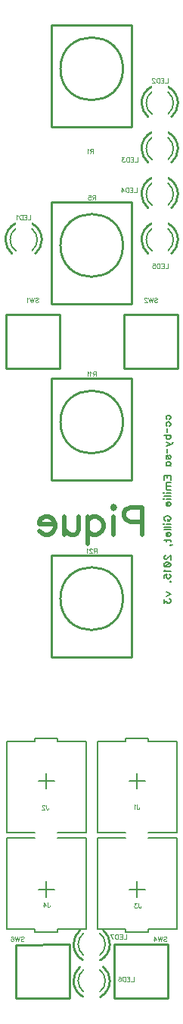
<source format=gbo>
G04 DipTrace 3.3.0.0*
G04 uPeaks_exp04.GBO*
%MOIN*%
G04 #@! TF.FileFunction,Legend,Bot*
G04 #@! TF.Part,Single*
%ADD10C,0.009843*%
%ADD20C,0.01*%
%ADD21C,0.006*%
%ADD35C,0.005984*%
%ADD94C,0.003088*%
%ADD95C,0.02*%
%FSLAX26Y26*%
G04*
G70*
G90*
G75*
G01*
G04 BotSilk*
%LPD*%
X1026198Y1369321D2*
D21*
X956163D1*
X991163Y1334374D2*
Y1404317D1*
X941148Y1544204D2*
X816163D1*
X1041178D2*
X1166163D1*
X1041178Y1144195D2*
X1166163D1*
X941148D2*
X816163D1*
Y1544204D1*
X1166163D2*
Y1144195D1*
X1041178Y1544204D2*
D35*
Y1556678D1*
X941148D1*
Y1544204D1*
X626198Y1369321D2*
D21*
X556163D1*
X591163Y1334374D2*
Y1404317D1*
X541148Y1544204D2*
X416163D1*
X641178D2*
X766163D1*
X641178Y1144195D2*
X766163D1*
X541148D2*
X416163D1*
Y1544204D1*
X766163D2*
Y1144195D1*
X641178Y1544204D2*
D35*
Y1556678D1*
X541148D1*
Y1544204D1*
X956128Y894079D2*
D21*
X1026163D1*
X991163Y929026D2*
Y859082D1*
X1041178Y719195D2*
X1166163D1*
X941148D2*
X816163D1*
X941148Y1119205D2*
X816163D1*
X1041178D2*
X1166163D1*
Y719195D1*
X816163D2*
Y1119205D1*
X941148Y719195D2*
D35*
Y706721D1*
X1041178D1*
Y719195D1*
X556128Y894079D2*
D21*
X626163D1*
X591163Y929026D2*
Y859082D1*
X641178Y719195D2*
X766163D1*
X541148D2*
X416163D1*
X541148Y1119205D2*
X416163D1*
X641178D2*
X766163D1*
Y719195D1*
X416163D2*
Y1119205D1*
X541148Y719195D2*
D35*
Y706721D1*
X641178D1*
Y719195D1*
X431163Y3744203D2*
D21*
G03X456283Y3695375I60069J27D01*
G01*
X455163Y3792204D2*
G03X431163Y3744203I36020J-48010D01*
G01*
X551163D2*
G02X527995Y3696841I-59937J-28D01*
G01*
Y3791564D2*
G02X551163Y3744203I-36769J-47334D01*
G01*
X411163D2*
D20*
G03X439947Y3682739I80032J8D01*
G01*
X453515Y3814793D2*
G03X411163Y3744203I37715J-70628D01*
G01*
X571163D2*
G02X542843Y3683129I-79993J-10D01*
G01*
X530859Y3813654D2*
G02X571163Y3744203I-39638J-69423D01*
G01*
X1031163Y4344203D2*
D21*
G03X1056283Y4295375I60069J27D01*
G01*
X1055163Y4392204D2*
G03X1031163Y4344203I36020J-48010D01*
G01*
X1151163D2*
G02X1127995Y4296841I-59937J-28D01*
G01*
Y4391564D2*
G02X1151163Y4344203I-36769J-47334D01*
G01*
X1011163D2*
D20*
G03X1039947Y4282739I80032J8D01*
G01*
X1053515Y4414793D2*
G03X1011163Y4344203I37715J-70628D01*
G01*
X1171163D2*
G02X1142843Y4283129I-79993J-10D01*
G01*
X1130859Y4413654D2*
G02X1171163Y4344203I-39638J-69423D01*
G01*
X1031163Y4144203D2*
D21*
G03X1056283Y4095375I60069J27D01*
G01*
X1055163Y4192204D2*
G03X1031163Y4144203I36020J-48010D01*
G01*
X1151163D2*
G02X1127995Y4096841I-59937J-28D01*
G01*
Y4191564D2*
G02X1151163Y4144203I-36769J-47334D01*
G01*
X1011163D2*
D20*
G03X1039947Y4082739I80032J8D01*
G01*
X1053515Y4214793D2*
G03X1011163Y4144203I37715J-70628D01*
G01*
X1171163D2*
G02X1142843Y4083129I-79993J-10D01*
G01*
X1130859Y4213654D2*
G02X1171163Y4144203I-39638J-69423D01*
G01*
X1031163Y3944203D2*
D21*
G03X1056283Y3895375I60069J27D01*
G01*
X1055163Y3992204D2*
G03X1031163Y3944203I36020J-48010D01*
G01*
X1151163D2*
G02X1127995Y3896841I-59937J-28D01*
G01*
Y3991564D2*
G02X1151163Y3944203I-36769J-47334D01*
G01*
X1011163D2*
D20*
G03X1039947Y3882739I80032J8D01*
G01*
X1053515Y4014793D2*
G03X1011163Y3944203I37715J-70628D01*
G01*
X1171163D2*
G02X1142843Y3883129I-79993J-10D01*
G01*
X1130859Y4013654D2*
G02X1171163Y3944203I-39638J-69423D01*
G01*
X1031163Y3744203D2*
D21*
G03X1056283Y3695375I60069J27D01*
G01*
X1055163Y3792204D2*
G03X1031163Y3744203I36020J-48010D01*
G01*
X1151163D2*
G02X1127995Y3696841I-59937J-28D01*
G01*
Y3791564D2*
G02X1151163Y3744203I-36769J-47334D01*
G01*
X1011163D2*
D20*
G03X1039947Y3682739I80032J8D01*
G01*
X1053515Y3814793D2*
G03X1011163Y3744203I37715J-70628D01*
G01*
X1171163D2*
G02X1142843Y3683129I-79993J-10D01*
G01*
X1130859Y3813654D2*
G02X1171163Y3744203I-39638J-69423D01*
G01*
X851163Y492055D2*
D21*
G03X826043Y540883I-60069J-27D01*
G01*
X827163Y444053D2*
G03X851163Y492055I-36020J48010D01*
G01*
X731163D2*
G02X754331Y539416I59937J28D01*
G01*
Y444693D2*
G02X731163Y492055I36769J47334D01*
G01*
X871163D2*
D20*
G03X842379Y553519I-80032J-8D01*
G01*
X828811Y421465D2*
G03X871163Y492055I-37715J70628D01*
G01*
X711163D2*
G02X739483Y553129I79992J10D01*
G01*
X751467Y422603D2*
G02X711163Y492055I39638J69423D01*
G01*
X851163Y652856D2*
D21*
G03X826043Y701684I-60069J-27D01*
G01*
X827163Y604855D2*
G03X851163Y652856I-36020J48010D01*
G01*
X731163D2*
G02X754331Y700218I59937J28D01*
G01*
Y605495D2*
G02X731163Y652856I36769J47334D01*
G01*
X871163D2*
D20*
G03X842379Y714320I-80032J-8D01*
G01*
X828811Y582266D2*
G03X871163Y652856I-37715J70628D01*
G01*
X711163D2*
G02X739483Y713930I79992J10D01*
G01*
X751467Y583405D2*
G02X711163Y652856I39638J69423D01*
G01*
X968297Y4685143D2*
D10*
X614029D1*
Y4238267D1*
X968297D1*
Y4685143D1*
X653371Y4494203D2*
G02X653371Y4494203I137768J0D01*
G01*
X968297Y3910143D2*
X614029D1*
Y3463267D1*
X968297D1*
Y3910143D1*
X653371Y3719203D2*
G02X653371Y3719203I137768J0D01*
G01*
X968297Y3135143D2*
X614029D1*
Y2688267D1*
X968297D1*
Y3135143D1*
X653371Y2944203D2*
G02X653371Y2944203I137768J0D01*
G01*
X968297Y2360143D2*
X614029D1*
Y1913267D1*
X968297D1*
Y2360143D1*
X653371Y2169203D2*
G02X653371Y2169203I137768J0D01*
G01*
X413166Y3180215D2*
X649372Y3180573D1*
X649002Y3416800D1*
X412771Y3416377D1*
X413166Y3180215D1*
X1169160Y3416764D2*
X932953Y3416406D1*
X933323Y3180179D1*
X1169554Y3180602D1*
X1169160Y3416764D1*
X890333Y651433D2*
X890691Y415226D1*
X1126918Y415596D1*
X1126495Y651827D1*
X890333Y651433D1*
X456004Y650817D2*
X456362Y414611D1*
X692589Y414981D1*
X692166Y651212D1*
X456004Y650817D1*
X990082Y1264944D2*
D94*
Y1249646D1*
X991033Y1246771D1*
X992006Y1245821D1*
X993907Y1244848D1*
X995830D1*
X997731Y1245821D1*
X998682Y1246771D1*
X999655Y1249646D1*
Y1251547D1*
X983906Y1261097D2*
X981983Y1262070D1*
X979109Y1264922D1*
Y1244848D1*
X591204Y1263796D2*
Y1248497D1*
X592154Y1245623D1*
X593127Y1244673D1*
X595028Y1243700D1*
X596952D1*
X598853Y1244673D1*
X599804Y1245623D1*
X600776Y1248497D1*
Y1250398D1*
X584055Y1258998D2*
Y1259949D1*
X583105Y1261872D1*
X582154Y1262823D1*
X580231Y1263774D1*
X576406D1*
X574505Y1262823D1*
X573554Y1261872D1*
X572581Y1259949D1*
Y1258048D1*
X573554Y1256124D1*
X575455Y1253273D1*
X585028Y1243700D1*
X571631D1*
X997697Y832838D2*
Y817539D1*
X998648Y814665D1*
X999620Y813715D1*
X1001522Y812742D1*
X1003445D1*
X1005346Y813715D1*
X1006297Y814665D1*
X1007270Y817539D1*
Y819440D1*
X989598Y832816D2*
X979097D1*
X984823Y825166D1*
X981949D1*
X980047Y824216D1*
X979097Y823265D1*
X978124Y820391D1*
Y818490D1*
X979097Y815616D1*
X980998Y813692D1*
X983872Y812742D1*
X986746D1*
X989598Y813692D1*
X990549Y814665D1*
X991521Y816566D1*
X596254Y834981D2*
Y819682D1*
X597204Y816808D1*
X598177Y815858D1*
X600078Y814885D1*
X602002D1*
X603903Y815858D1*
X604854Y816808D1*
X605826Y819682D1*
Y821584D1*
X580505Y814885D2*
Y834959D1*
X590078Y821584D1*
X575730D1*
X521473Y3853489D2*
Y3833393D1*
X509999D1*
X491399Y3853489D2*
X503823D1*
Y3833393D1*
X491399D1*
X503823Y3843916D2*
X496174D1*
X485223Y3853489D2*
Y3833393D1*
X478524D1*
X475650Y3834365D1*
X473727Y3836267D1*
X472776Y3838190D1*
X471826Y3841042D1*
Y3845839D1*
X472776Y3848713D1*
X473727Y3850615D1*
X475650Y3852538D1*
X478524Y3853489D1*
X485223D1*
X465650Y3849642D2*
X463727Y3850615D1*
X460853Y3853467D1*
Y3833393D1*
X1125773Y4453489D2*
Y4433393D1*
X1114299D1*
X1095699Y4453489D2*
X1108123D1*
Y4433393D1*
X1095699D1*
X1108123Y4443916D2*
X1100474D1*
X1089523Y4453489D2*
Y4433393D1*
X1082824D1*
X1079950Y4434365D1*
X1078027Y4436267D1*
X1077076Y4438190D1*
X1076126Y4441042D1*
Y4445839D1*
X1077076Y4448713D1*
X1078027Y4450615D1*
X1079950Y4452538D1*
X1082824Y4453489D1*
X1089523D1*
X1068977Y4448691D2*
Y4449642D1*
X1068027Y4451565D1*
X1067076Y4452516D1*
X1065153Y4453467D1*
X1061328D1*
X1059427Y4452516D1*
X1058476Y4451565D1*
X1057503Y4449642D1*
Y4447741D1*
X1058476Y4445817D1*
X1060377Y4442965D1*
X1069950Y4433393D1*
X1056553D1*
X992521Y4105432D2*
Y4085336D1*
X981047D1*
X962447Y4105432D2*
X974871D1*
Y4085336D1*
X962447D1*
X974871Y4095860D2*
X967222D1*
X956271Y4105432D2*
Y4085336D1*
X949572D1*
X946698Y4086309D1*
X944775Y4088210D1*
X943824Y4090134D1*
X942874Y4092986D1*
Y4097783D1*
X943824Y4100657D1*
X944775Y4102558D1*
X946698Y4104482D1*
X949572Y4105432D1*
X956271D1*
X934775Y4105410D2*
X924273D1*
X929999Y4097761D1*
X927125D1*
X925224Y4096810D1*
X924273Y4095860D1*
X923301Y4092986D1*
Y4091084D1*
X924273Y4088210D1*
X926175Y4086287D1*
X929049Y4085336D1*
X931923D1*
X934775Y4086287D1*
X935725Y4087260D1*
X936698Y4089161D1*
X989271Y3973508D2*
Y3953412D1*
X977797D1*
X959196Y3973508D2*
X971621D1*
Y3953412D1*
X959196D1*
X971621Y3963936D2*
X963972D1*
X953021Y3973508D2*
Y3953412D1*
X946322D1*
X943448Y3954385D1*
X941525Y3956286D1*
X940574Y3958210D1*
X939623Y3961062D1*
Y3965859D1*
X940574Y3968733D1*
X941525Y3970634D1*
X943448Y3972558D1*
X946322Y3973508D1*
X953021D1*
X923875Y3953412D2*
Y3973486D1*
X933448Y3960111D1*
X919100D1*
X1127611Y3639288D2*
Y3619192D1*
X1116138D1*
X1097537Y3639288D2*
X1109962D1*
Y3619192D1*
X1097537D1*
X1109962Y3629715D2*
X1102313D1*
X1091362Y3639288D2*
Y3619192D1*
X1084663D1*
X1081789Y3620165D1*
X1079865Y3622066D1*
X1078915Y3623989D1*
X1077964Y3626841D1*
Y3631639D1*
X1078915Y3634513D1*
X1079865Y3636414D1*
X1081789Y3638337D1*
X1084663Y3639288D1*
X1091362D1*
X1060315Y3639266D2*
X1069865D1*
X1070816Y3630666D1*
X1069865Y3631617D1*
X1066991Y3632589D1*
X1064139D1*
X1061265Y3631617D1*
X1059342Y3629715D1*
X1058391Y3626841D1*
Y3624940D1*
X1059342Y3622066D1*
X1061265Y3620143D1*
X1064139Y3619192D1*
X1066991D1*
X1069865Y3620143D1*
X1070816Y3621115D1*
X1071789Y3623017D1*
X976200Y510666D2*
Y490570D1*
X964726D1*
X946126Y510666D2*
X958550D1*
Y490570D1*
X946126D1*
X958550Y501093D2*
X950901D1*
X939950Y510666D2*
Y490570D1*
X933251D1*
X930377Y491543D1*
X928454Y493444D1*
X927503Y495367D1*
X926553Y498219D1*
Y503017D1*
X927503Y505891D1*
X928454Y507792D1*
X930377Y509715D1*
X933251Y510666D1*
X939950D1*
X908903Y507792D2*
X909854Y509693D1*
X912728Y510644D1*
X914629D1*
X917503Y509693D1*
X919426Y506819D1*
X920377Y502044D1*
Y497269D1*
X919426Y493444D1*
X917503Y491521D1*
X914629Y490570D1*
X913678D1*
X910826Y491521D1*
X908903Y493444D1*
X907952Y496318D1*
Y497269D1*
X908903Y500143D1*
X910826Y502044D1*
X913678Y502995D1*
X914629D1*
X917503Y502044D1*
X919426Y500143D1*
X920377Y497269D1*
X943748Y695793D2*
Y675697D1*
X932274D1*
X913674Y695793D2*
X926098D1*
Y675697D1*
X913674D1*
X926098Y686221D2*
X918449D1*
X907498Y695793D2*
Y675697D1*
X900799D1*
X897925Y676670D1*
X896002Y678571D1*
X895051Y680495D1*
X894101Y683347D1*
Y688144D1*
X895051Y691018D1*
X896002Y692919D1*
X897925Y694843D1*
X900799Y695793D1*
X907498D1*
X884100Y675697D2*
X874528Y695771D1*
X887925D1*
X798103Y4133063D2*
X789503D1*
X786629Y4134036D1*
X785656Y4134986D1*
X784705Y4136888D1*
Y4138811D1*
X785656Y4140712D1*
X786629Y4141685D1*
X789503Y4142636D1*
X798103D1*
Y4122540D1*
X791404Y4133063D2*
X784705Y4122540D1*
X778530Y4138789D2*
X776606Y4139762D1*
X773732Y4142614D1*
Y4122540D1*
X807648Y3929860D2*
X799048D1*
X796174Y3930832D1*
X795201Y3931783D1*
X794251Y3933684D1*
Y3935608D1*
X795201Y3937509D1*
X796174Y3938482D1*
X799048Y3939432D1*
X807648D1*
Y3919336D1*
X800949Y3929860D2*
X794251Y3919336D1*
X776601Y3939410D2*
X786152D1*
X787102Y3930810D1*
X786152Y3931761D1*
X783278Y3932734D1*
X780426D1*
X777552Y3931761D1*
X775628Y3929860D1*
X774678Y3926986D1*
Y3925084D1*
X775628Y3922210D1*
X777552Y3920287D1*
X780426Y3919336D1*
X783278D1*
X786152Y3920287D1*
X787102Y3921260D1*
X788075Y3923161D1*
X808835Y3154860D2*
X800235D1*
X797361Y3155832D1*
X796388Y3156783D1*
X795437Y3158684D1*
Y3160608D1*
X796388Y3162509D1*
X797361Y3163482D1*
X800235Y3164432D1*
X808835D1*
Y3144336D1*
X802136Y3154860D2*
X795437Y3144336D1*
X789261Y3160586D2*
X787338Y3161558D1*
X784464Y3164410D1*
Y3144336D1*
X778288Y3160586D2*
X776365Y3161558D1*
X773491Y3164410D1*
Y3144336D1*
X813134Y2379860D2*
X804535D1*
X801661Y2380832D1*
X800688Y2381783D1*
X799737Y2383684D1*
Y2385608D1*
X800688Y2387509D1*
X801661Y2388482D1*
X804535Y2389432D1*
X813134D1*
Y2369336D1*
X806436Y2379860D2*
X799737Y2369336D1*
X792589Y2384635D2*
Y2385586D1*
X791638Y2387509D1*
X790687Y2388460D1*
X788764Y2389410D1*
X784939D1*
X783038Y2388460D1*
X782088Y2387509D1*
X781115Y2385586D1*
Y2383684D1*
X782088Y2381761D1*
X783989Y2378909D1*
X793561Y2369336D1*
X780164D1*
X773988Y2385586D2*
X772065Y2386558D1*
X769191Y2389410D1*
Y2369336D1*
X542532Y3487514D2*
X544434Y3489437D1*
X547308Y3490388D1*
X551132D1*
X554006Y3489437D1*
X555930Y3487514D1*
Y3485612D1*
X554957Y3483689D1*
X554006Y3482738D1*
X552105Y3481788D1*
X546357Y3479864D1*
X544434Y3478914D1*
X543483Y3477941D1*
X542532Y3476040D1*
Y3473166D1*
X544434Y3471264D1*
X547308Y3470292D1*
X551132D1*
X554006Y3471264D1*
X555930Y3473166D1*
X536357Y3490388D2*
X531559Y3470292D1*
X526784Y3490388D1*
X522009Y3470292D1*
X517211Y3490388D1*
X511036Y3486541D2*
X509112Y3487514D1*
X506238Y3490366D1*
Y3470292D1*
X1066990Y3487543D2*
X1068891Y3489466D1*
X1071765Y3490417D1*
X1075590D1*
X1078464Y3489466D1*
X1080387Y3487543D1*
Y3485641D1*
X1079414Y3483718D1*
X1078464Y3482767D1*
X1076563Y3481817D1*
X1070815Y3479893D1*
X1068891Y3478943D1*
X1067941Y3477970D1*
X1066990Y3476069D1*
Y3473195D1*
X1068891Y3471293D1*
X1071765Y3470321D1*
X1075590D1*
X1078464Y3471293D1*
X1080387Y3473195D1*
X1060814Y3490417D2*
X1056017Y3470321D1*
X1051241Y3490417D1*
X1046466Y3470321D1*
X1041669Y3490417D1*
X1034520Y3485619D2*
Y3486570D1*
X1033570Y3488493D1*
X1032619Y3489444D1*
X1030696Y3490394D1*
X1026871D1*
X1024970Y3489444D1*
X1024019Y3488493D1*
X1023046Y3486570D1*
Y3484669D1*
X1024019Y3482745D1*
X1025920Y3479893D1*
X1035493Y3470321D1*
X1022096D1*
X1107753Y683288D2*
X1109654Y685211D1*
X1112528Y686162D1*
X1116353D1*
X1119227Y685211D1*
X1121150Y683288D1*
Y681387D1*
X1120177Y679463D1*
X1119227Y678513D1*
X1117325Y677562D1*
X1111577Y675639D1*
X1109654Y674688D1*
X1108703Y673715D1*
X1107753Y671814D1*
Y668940D1*
X1109654Y667039D1*
X1112528Y666066D1*
X1116353D1*
X1119227Y667039D1*
X1121150Y668940D1*
X1101577Y686162D2*
X1096780Y666066D1*
X1092004Y686162D1*
X1087229Y666066D1*
X1082432Y686162D1*
X1066683Y666066D2*
Y686140D1*
X1076256Y672765D1*
X1061908D1*
X478863Y683079D2*
X480764Y685003D1*
X483638Y685953D1*
X487463D1*
X490337Y685003D1*
X492260Y683079D1*
Y681178D1*
X491288Y679255D1*
X490337Y678304D1*
X488436Y677353D1*
X482688Y675430D1*
X480764Y674479D1*
X479814Y673507D1*
X478863Y671605D1*
Y668731D1*
X480764Y666830D1*
X483638Y665857D1*
X487463D1*
X490337Y666830D1*
X492260Y668731D1*
X472687Y685953D2*
X467890Y665857D1*
X463115Y685953D1*
X458339Y665857D1*
X453542Y685953D1*
X435892Y683079D2*
X436843Y684981D1*
X439717Y685931D1*
X441618D1*
X444492Y684981D1*
X446416Y682107D1*
X447366Y677331D1*
Y672556D1*
X446416Y668731D1*
X444492Y666808D1*
X441618Y665857D1*
X440668D1*
X437816Y666808D1*
X435892Y668731D1*
X434942Y671605D1*
Y672556D1*
X435892Y675430D1*
X437816Y677331D1*
X440668Y678282D1*
X441618D1*
X444492Y677331D1*
X446416Y675430D1*
X447366Y672556D1*
X1123714Y2956446D2*
D21*
X1120829Y2959331D1*
X1119403Y2962216D1*
Y2966494D1*
X1120829Y2969379D1*
X1123714Y2972231D1*
X1128025Y2973690D1*
X1130877D1*
X1135188Y2972231D1*
X1138040Y2969379D1*
X1139499Y2966494D1*
Y2962216D1*
X1138040Y2959331D1*
X1135188Y2956446D1*
X1123714Y2927202D2*
X1120829Y2930087D1*
X1119403Y2932972D1*
Y2937250D1*
X1120829Y2940135D1*
X1123714Y2942987D1*
X1128025Y2944446D1*
X1130877D1*
X1135188Y2942987D1*
X1138040Y2940135D1*
X1139499Y2937250D1*
Y2932972D1*
X1138040Y2930087D1*
X1135188Y2927202D1*
X1124444Y2915202D2*
Y2898621D1*
X1109355Y2886621D2*
X1139499D1*
X1123714D2*
X1120829Y2883736D1*
X1119403Y2880884D1*
Y2876573D1*
X1120829Y2873721D1*
X1123714Y2870836D1*
X1128025Y2869410D1*
X1130877D1*
X1135188Y2870836D1*
X1138040Y2873721D1*
X1139499Y2876573D1*
Y2880884D1*
X1138040Y2883736D1*
X1135188Y2886621D1*
X1119403Y2855951D2*
X1139499Y2847362D1*
X1145236Y2850214D1*
X1148121Y2853099D1*
X1149547Y2855951D1*
Y2857410D1*
X1119403Y2838740D2*
X1139499Y2847362D1*
X1124444Y2826740D2*
Y2810159D1*
X1123714Y2782374D2*
X1120829Y2783800D1*
X1119403Y2788111D1*
Y2792422D1*
X1120829Y2796733D1*
X1123714Y2798159D1*
X1126566Y2796733D1*
X1128025Y2793848D1*
X1129451Y2786685D1*
X1130877Y2783800D1*
X1133762Y2782374D1*
X1135188D1*
X1138040Y2783800D1*
X1139499Y2788111D1*
Y2792422D1*
X1138040Y2796733D1*
X1135188Y2798159D1*
X1119403Y2753163D2*
X1139499D1*
X1123714D2*
X1120829Y2756015D1*
X1119403Y2758900D1*
Y2763178D1*
X1120829Y2766063D1*
X1123714Y2768915D1*
X1128025Y2770374D1*
X1130877D1*
X1135188Y2768915D1*
X1138040Y2766063D1*
X1139499Y2763178D1*
Y2758900D1*
X1138040Y2756015D1*
X1135188Y2753163D1*
X1109355Y2690629D2*
Y2709266D1*
X1139499D1*
Y2690629D1*
X1123714Y2709266D2*
Y2697792D1*
X1119403Y2678629D2*
X1139499D1*
X1125140D2*
X1120829Y2674318D1*
X1119403Y2671433D1*
Y2667155D1*
X1120829Y2664270D1*
X1125140Y2662844D1*
X1139499D1*
X1125140D2*
X1120829Y2658533D1*
X1119403Y2655648D1*
Y2651370D1*
X1120829Y2648485D1*
X1125140Y2647026D1*
X1139499D1*
X1109355Y2635026D2*
X1110781Y2633600D1*
X1109355Y2632141D1*
X1107896Y2633600D1*
X1109355Y2635026D1*
X1119403Y2633600D2*
X1139499D1*
X1109355Y2620141D2*
X1139499D1*
X1109355Y2608141D2*
X1110781Y2606715D1*
X1109355Y2605256D1*
X1107896Y2606715D1*
X1109355Y2608141D1*
X1119403Y2606715D2*
X1139499D1*
X1128025Y2593256D2*
Y2576045D1*
X1125140D1*
X1122255Y2577471D1*
X1120829Y2578897D1*
X1119403Y2581782D1*
Y2586093D1*
X1120829Y2588945D1*
X1123714Y2591830D1*
X1128025Y2593256D1*
X1130877D1*
X1135188Y2591830D1*
X1138040Y2588945D1*
X1139499Y2586093D1*
Y2581782D1*
X1138040Y2578897D1*
X1135188Y2576045D1*
X1116518Y2510626D2*
X1113666Y2512052D1*
X1110781Y2514937D1*
X1109355Y2517789D1*
Y2523526D1*
X1110781Y2526411D1*
X1113666Y2529263D1*
X1116518Y2530722D1*
X1120829Y2532148D1*
X1128025D1*
X1132303Y2530722D1*
X1135188Y2529263D1*
X1138040Y2526411D1*
X1139499Y2523526D1*
Y2517789D1*
X1138040Y2514937D1*
X1135188Y2512052D1*
X1132303Y2510626D1*
X1128025D1*
Y2517789D1*
X1109355Y2498626D2*
X1110781Y2497200D1*
X1109355Y2495741D1*
X1107896Y2497200D1*
X1109355Y2498626D1*
X1119403Y2497200D2*
X1139499D1*
X1109355Y2483741D2*
X1139499D1*
X1109355Y2471741D2*
X1139499D1*
X1128025Y2459741D2*
Y2442530D1*
X1125140D1*
X1122255Y2443956D1*
X1120829Y2445382D1*
X1119403Y2448267D1*
Y2452578D1*
X1120829Y2455430D1*
X1123714Y2458315D1*
X1128025Y2459741D1*
X1130877D1*
X1135188Y2458315D1*
X1138040Y2455430D1*
X1139499Y2452578D1*
Y2448267D1*
X1138040Y2445382D1*
X1135188Y2442530D1*
X1109355Y2426219D2*
X1133762D1*
X1138040Y2424793D1*
X1139499Y2421908D1*
Y2419056D1*
X1119403Y2430530D2*
Y2420482D1*
X1138073Y2404171D2*
X1139499Y2405630D1*
X1138073Y2407056D1*
X1136614Y2405630D1*
X1138073Y2404171D1*
X1140925D1*
X1143810Y2405630D1*
X1145236Y2407056D1*
X1116552Y2358815D2*
X1115126D1*
X1112241Y2357389D1*
X1110815Y2355963D1*
X1109389Y2353078D1*
Y2347341D1*
X1110815Y2344489D1*
X1112241Y2343063D1*
X1115126Y2341604D1*
X1117977D1*
X1120863Y2343063D1*
X1125140Y2345915D1*
X1139499Y2360274D1*
Y2340178D1*
X1109389Y2319556D2*
X1110815Y2323867D1*
X1115126Y2326752D1*
X1122289Y2328178D1*
X1126600D1*
X1133762Y2326752D1*
X1138073Y2323867D1*
X1139499Y2319556D1*
Y2316704D1*
X1138073Y2312393D1*
X1133762Y2309541D1*
X1126600Y2308082D1*
X1122289D1*
X1115126Y2309541D1*
X1110815Y2312393D1*
X1109389Y2316704D1*
Y2319556D1*
X1115126Y2309541D2*
X1133762Y2326752D1*
X1115126Y2296082D2*
X1113666Y2293197D1*
X1109389Y2288886D1*
X1139499D1*
X1109389Y2259675D2*
Y2274001D1*
X1122289Y2275427D1*
X1120863Y2274001D1*
X1119403Y2269690D1*
Y2265412D1*
X1120863Y2261101D1*
X1123714Y2258216D1*
X1128025Y2256790D1*
X1130877D1*
X1135188Y2258216D1*
X1138073Y2261101D1*
X1139499Y2265412D1*
Y2269690D1*
X1138073Y2274001D1*
X1136614Y2275427D1*
X1133762Y2276886D1*
X1136614Y2243364D2*
X1138073Y2244790D1*
X1139499Y2243364D1*
X1138073Y2241905D1*
X1136614Y2243364D1*
X1119403Y2198008D2*
X1139499Y2189386D1*
X1119403Y2180797D1*
X1109389Y2165912D2*
Y2150160D1*
X1120863Y2158749D1*
Y2154438D1*
X1122289Y2151586D1*
X1123714Y2150160D1*
X1128025Y2148701D1*
X1130877D1*
X1135188Y2150160D1*
X1138074Y2153012D1*
X1139499Y2157323D1*
Y2161634D1*
X1138074Y2165912D1*
X1136614Y2167338D1*
X1133763Y2168797D1*
X1014336Y2506652D2*
D95*
X962603D1*
X945492Y2512356D1*
X939655Y2518193D1*
X933952Y2529600D1*
Y2546844D1*
X939655Y2558252D1*
X945492Y2564089D1*
X962603Y2569792D1*
X1014336D1*
Y2449216D1*
X893952Y2569792D2*
X888248Y2564089D1*
X882411Y2569792D1*
X888248Y2575629D1*
X893952Y2569792D1*
X888248Y2529600D2*
Y2449216D1*
X773568Y2529600D2*
Y2409024D1*
Y2512356D2*
X784975Y2523764D1*
X796516Y2529600D1*
X813760D1*
X825167Y2523764D1*
X836708Y2512356D1*
X842411Y2495112D1*
Y2483572D1*
X836708Y2466460D1*
X825167Y2454920D1*
X813760Y2449216D1*
X796516D1*
X784975Y2454920D1*
X773568Y2466460D1*
X733568Y2529600D2*
Y2472164D1*
X727864Y2455053D1*
X716324Y2449216D1*
X699079D1*
X687672Y2455053D1*
X670428Y2472164D1*
Y2529600D2*
Y2449216D1*
X630428Y2495112D2*
X561584D1*
Y2506652D1*
X567288Y2518193D1*
X572992Y2523897D1*
X584532Y2529600D1*
X601776D1*
X613184Y2523897D1*
X624724Y2512356D1*
X630428Y2495112D1*
Y2483705D1*
X624724Y2466460D1*
X613184Y2455053D1*
X601776Y2449216D1*
X584532D1*
X572992Y2455053D1*
X561584Y2466460D1*
M02*

</source>
